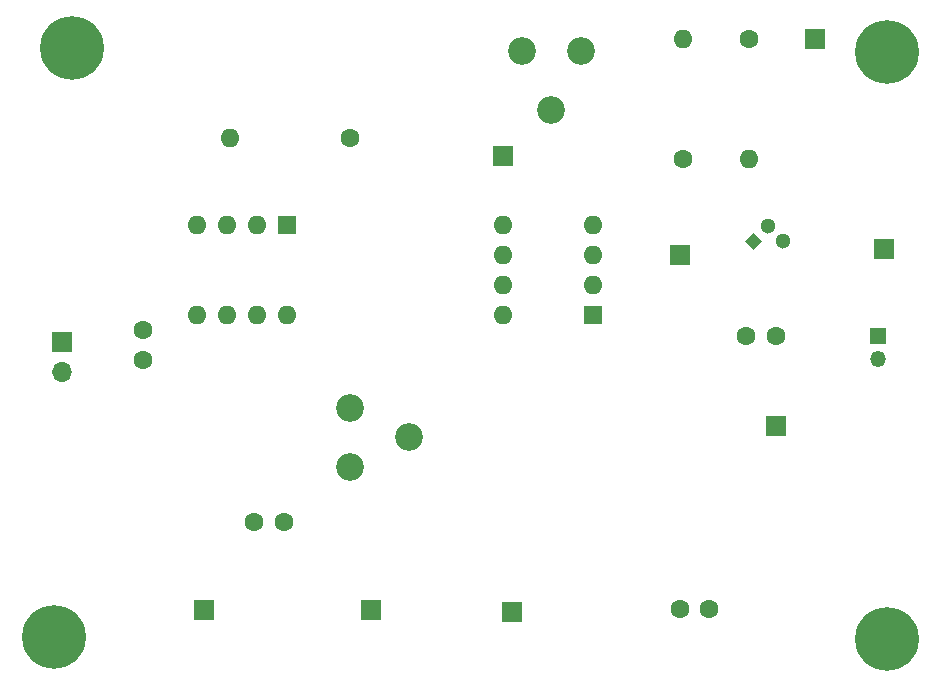
<source format=gbr>
%TF.GenerationSoftware,KiCad,Pcbnew,(5.1.6)-1*%
%TF.CreationDate,2020-10-03T13:42:35-07:00*%
%TF.ProjectId,mini project newest,6d696e69-2070-4726-9f6a-656374206e65,rev?*%
%TF.SameCoordinates,Original*%
%TF.FileFunction,Soldermask,Top*%
%TF.FilePolarity,Negative*%
%FSLAX46Y46*%
G04 Gerber Fmt 4.6, Leading zero omitted, Abs format (unit mm)*
G04 Created by KiCad (PCBNEW (5.1.6)-1) date 2020-10-03 13:42:35*
%MOMM*%
%LPD*%
G01*
G04 APERTURE LIST*
%ADD10C,0.100000*%
%ADD11C,1.300000*%
%ADD12O,1.700000X1.700000*%
%ADD13R,1.700000X1.700000*%
%ADD14O,1.600000X1.600000*%
%ADD15R,1.600000X1.600000*%
%ADD16R,1.676400X1.676400*%
%ADD17C,2.340000*%
%ADD18C,1.600000*%
%ADD19O,1.350000X1.350000*%
%ADD20R,1.350000X1.350000*%
%ADD21C,5.399999*%
G04 APERTURE END LIST*
D10*
%TO.C,Q1*%
G36*
X170307000Y-90761420D02*
G01*
X169588580Y-90043000D01*
X170307000Y-89324580D01*
X171025420Y-90043000D01*
X170307000Y-90761420D01*
G37*
D11*
X172847000Y-90043000D03*
X171577000Y-88773000D03*
%TD*%
D12*
%TO.C,J1*%
X111760000Y-101108000D03*
D13*
X111760000Y-98568000D03*
%TD*%
D14*
%TO.C,U1*%
X130810000Y-96266000D03*
X123190000Y-88646000D03*
X128270000Y-96266000D03*
X125730000Y-88646000D03*
X125730000Y-96266000D03*
X128270000Y-88646000D03*
X123190000Y-96266000D03*
D15*
X130810000Y-88646000D03*
%TD*%
D14*
%TO.C,U2*%
X149098000Y-96266000D03*
X156718000Y-88646000D03*
X149098000Y-93726000D03*
X156718000Y-91186000D03*
X149098000Y-91186000D03*
X156718000Y-93726000D03*
X149098000Y-88646000D03*
D15*
X156718000Y-96266000D03*
%TD*%
D16*
%TO.C,TP8*%
X172212000Y-105664000D03*
%TD*%
%TO.C,TP7*%
X181356000Y-90678000D03*
%TD*%
%TO.C,TP6*%
X175514000Y-72898000D03*
%TD*%
%TO.C,TP5*%
X164084000Y-91186000D03*
%TD*%
%TO.C,TP4*%
X149098000Y-82804000D03*
%TD*%
%TO.C,TP3*%
X149860000Y-121412000D03*
%TD*%
%TO.C,TP2*%
X137922000Y-121285000D03*
%TD*%
%TO.C,TP1*%
X123825000Y-121285000D03*
%TD*%
D17*
%TO.C,RV2*%
X155702000Y-73914000D03*
X153202000Y-78914000D03*
X150702000Y-73914000D03*
%TD*%
%TO.C,RV1*%
X136144000Y-104140000D03*
X141144000Y-106640000D03*
X136144000Y-109140000D03*
%TD*%
D14*
%TO.C,R3*%
X169926000Y-83058000D03*
D18*
X169926000Y-72898000D03*
%TD*%
D14*
%TO.C,R2*%
X164338000Y-72898000D03*
D18*
X164338000Y-83058000D03*
%TD*%
D14*
%TO.C,R1*%
X125984000Y-81280000D03*
D18*
X136144000Y-81280000D03*
%TD*%
D19*
%TO.C,LS1*%
X180848000Y-100044000D03*
D20*
X180848000Y-98044000D03*
%TD*%
D21*
%TO.C,H3*%
X181610000Y-123698000D03*
%TD*%
D18*
%TO.C,C4*%
X169712000Y-98044000D03*
X172212000Y-98044000D03*
%TD*%
%TO.C,C3*%
X166584000Y-121158000D03*
X164084000Y-121158000D03*
%TD*%
%TO.C,C2*%
X128056000Y-113792000D03*
X130556000Y-113792000D03*
%TD*%
%TO.C,C1*%
X118618000Y-97576000D03*
X118618000Y-100076000D03*
%TD*%
D21*
%TO.C,H1*%
X112649000Y-73660000D03*
%TD*%
%TO.C,H2*%
X181610000Y-74041000D03*
%TD*%
%TO.C,H4*%
X111125000Y-123571000D03*
%TD*%
M02*

</source>
